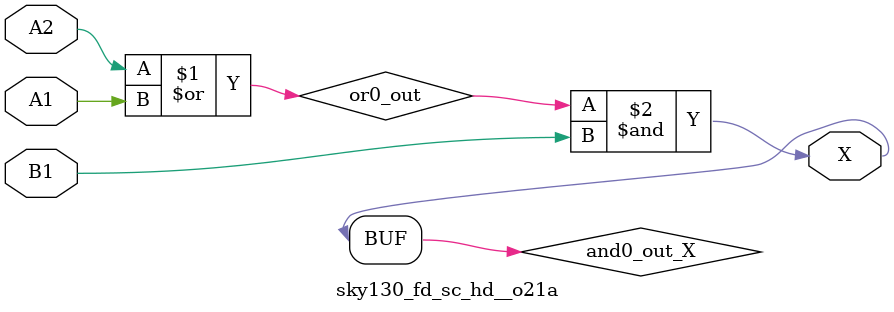
<source format=v>
/*
 * Copyright 2020 The SkyWater PDK Authors
 *
 * Licensed under the Apache License, Version 2.0 (the "License");
 * you may not use this file except in compliance with the License.
 * You may obtain a copy of the License at
 *
 *     https://www.apache.org/licenses/LICENSE-2.0
 *
 * Unless required by applicable law or agreed to in writing, software
 * distributed under the License is distributed on an "AS IS" BASIS,
 * WITHOUT WARRANTIES OR CONDITIONS OF ANY KIND, either express or implied.
 * See the License for the specific language governing permissions and
 * limitations under the License.
 *
 * SPDX-License-Identifier: Apache-2.0
*/


`ifndef SKY130_FD_SC_HD__O21A_FUNCTIONAL_V
`define SKY130_FD_SC_HD__O21A_FUNCTIONAL_V

/**
 * o21a: 2-input OR into first input of 2-input AND.
 *
 *       X = ((A1 | A2) & B1)
 *
 * Verilog simulation functional model.
 */

`timescale 1ns / 1ps
`default_nettype none

`celldefine
module sky130_fd_sc_hd__o21a (
    X ,
    A1,
    A2,
    B1
);

    // Module ports
    output X ;
    input  A1;
    input  A2;
    input  B1;

    // Local signals
    wire or0_out   ;
    wire and0_out_X;

    //  Name  Output      Other arguments
    or  or0  (or0_out   , A2, A1         );
    and and0 (and0_out_X, or0_out, B1    );
    buf buf0 (X         , and0_out_X     );

endmodule
`endcelldefine

`default_nettype wire
`endif  // SKY130_FD_SC_HD__O21A_FUNCTIONAL_V
</source>
